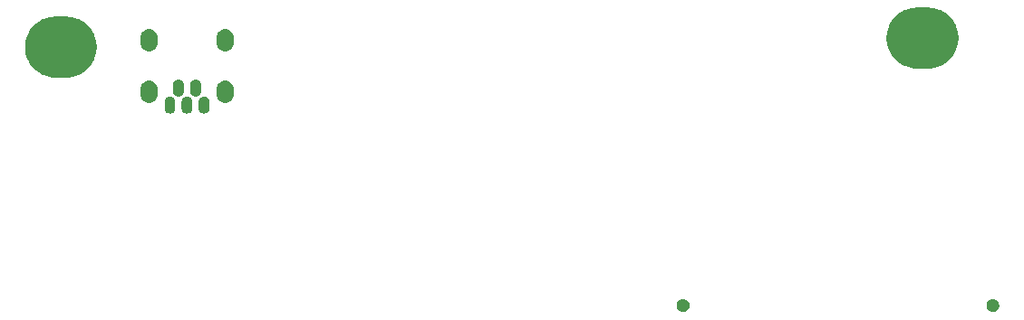
<source format=gbr>
G04 #@! TF.GenerationSoftware,KiCad,Pcbnew,(5.0.1-3-g963ef8bb5)*
G04 #@! TF.CreationDate,2019-03-09T14:34:52+08:00*
G04 #@! TF.ProjectId,fc660c,6663363630632E6B696361645F706362,rev?*
G04 #@! TF.SameCoordinates,Original*
G04 #@! TF.FileFunction,Soldermask,Bot*
G04 #@! TF.FilePolarity,Negative*
%FSLAX46Y46*%
G04 Gerber Fmt 4.6, Leading zero omitted, Abs format (unit mm)*
G04 Created by KiCad (PCBNEW (5.0.1-3-g963ef8bb5)) date 2019 March 09, Saturday 14:34:52*
%MOMM*%
%LPD*%
G01*
G04 APERTURE LIST*
%ADD10C,0.100000*%
G04 APERTURE END LIST*
D10*
G36*
X239075305Y-97602096D02*
X239184680Y-97647400D01*
X239283118Y-97713175D01*
X239366825Y-97796882D01*
X239432600Y-97895320D01*
X239477904Y-98004695D01*
X239501000Y-98120806D01*
X239501000Y-98239194D01*
X239477904Y-98355305D01*
X239432600Y-98464680D01*
X239366825Y-98563118D01*
X239283118Y-98646825D01*
X239184680Y-98712600D01*
X239075305Y-98757904D01*
X238959194Y-98781000D01*
X238840806Y-98781000D01*
X238724695Y-98757904D01*
X238615320Y-98712600D01*
X238516882Y-98646825D01*
X238433175Y-98563118D01*
X238367400Y-98464680D01*
X238322096Y-98355305D01*
X238299000Y-98239194D01*
X238299000Y-98120806D01*
X238322096Y-98004695D01*
X238367400Y-97895320D01*
X238433175Y-97796882D01*
X238516882Y-97713175D01*
X238615320Y-97647400D01*
X238724695Y-97602096D01*
X238840806Y-97579000D01*
X238959194Y-97579000D01*
X239075305Y-97602096D01*
X239075305Y-97602096D01*
G37*
G36*
X210125305Y-97602096D02*
X210234680Y-97647400D01*
X210333118Y-97713175D01*
X210416825Y-97796882D01*
X210482600Y-97895320D01*
X210527904Y-98004695D01*
X210551000Y-98120806D01*
X210551000Y-98239194D01*
X210527904Y-98355305D01*
X210482600Y-98464680D01*
X210416825Y-98563118D01*
X210333118Y-98646825D01*
X210234680Y-98712600D01*
X210125305Y-98757904D01*
X210009194Y-98781000D01*
X209890806Y-98781000D01*
X209774695Y-98757904D01*
X209665320Y-98712600D01*
X209566882Y-98646825D01*
X209483175Y-98563118D01*
X209417400Y-98464680D01*
X209372096Y-98355305D01*
X209349000Y-98239194D01*
X209349000Y-98120806D01*
X209372096Y-98004695D01*
X209417400Y-97895320D01*
X209483175Y-97796882D01*
X209566882Y-97713175D01*
X209665320Y-97647400D01*
X209774695Y-97602096D01*
X209890806Y-97579000D01*
X210009194Y-97579000D01*
X210125305Y-97602096D01*
X210125305Y-97602096D01*
G37*
G36*
X163708213Y-78604029D02*
X163802652Y-78632677D01*
X163889687Y-78679198D01*
X163965975Y-78741805D01*
X164028582Y-78818093D01*
X164075103Y-78905128D01*
X164103751Y-78999567D01*
X164111000Y-79073168D01*
X164111000Y-79722392D01*
X164103751Y-79795993D01*
X164075103Y-79890432D01*
X164028582Y-79977467D01*
X163965975Y-80053755D01*
X163889687Y-80116362D01*
X163802651Y-80162883D01*
X163708212Y-80191531D01*
X163610000Y-80201204D01*
X163511787Y-80191531D01*
X163417348Y-80162883D01*
X163330313Y-80116362D01*
X163254025Y-80053755D01*
X163191418Y-79977467D01*
X163144897Y-79890431D01*
X163116249Y-79795992D01*
X163109000Y-79722391D01*
X163109000Y-79073178D01*
X163116250Y-78999569D01*
X163116250Y-78999567D01*
X163144898Y-78905128D01*
X163144898Y-78905127D01*
X163191420Y-78818092D01*
X163254026Y-78741805D01*
X163330314Y-78679198D01*
X163417349Y-78632677D01*
X163511788Y-78604029D01*
X163610000Y-78594356D01*
X163708213Y-78604029D01*
X163708213Y-78604029D01*
G37*
G36*
X162110553Y-78604029D02*
X162204992Y-78632677D01*
X162292027Y-78679198D01*
X162368315Y-78741805D01*
X162430922Y-78818093D01*
X162477443Y-78905128D01*
X162506091Y-78999567D01*
X162513340Y-79073168D01*
X162513340Y-79722392D01*
X162506091Y-79795993D01*
X162477443Y-79890432D01*
X162430922Y-79977467D01*
X162368315Y-80053755D01*
X162292027Y-80116362D01*
X162204991Y-80162883D01*
X162110552Y-80191531D01*
X162012340Y-80201204D01*
X161914127Y-80191531D01*
X161819688Y-80162883D01*
X161732653Y-80116362D01*
X161656365Y-80053755D01*
X161593758Y-79977467D01*
X161547237Y-79890431D01*
X161518589Y-79795992D01*
X161511340Y-79722391D01*
X161511340Y-79073178D01*
X161518590Y-78999569D01*
X161518590Y-78999567D01*
X161547238Y-78905128D01*
X161547238Y-78905127D01*
X161593760Y-78818092D01*
X161656366Y-78741805D01*
X161732654Y-78679198D01*
X161819689Y-78632677D01*
X161914128Y-78604029D01*
X162012340Y-78594356D01*
X162110553Y-78604029D01*
X162110553Y-78604029D01*
G37*
G36*
X165305873Y-78604029D02*
X165400312Y-78632677D01*
X165487347Y-78679198D01*
X165563635Y-78741805D01*
X165626242Y-78818093D01*
X165672763Y-78905128D01*
X165701411Y-78999567D01*
X165708660Y-79073168D01*
X165708660Y-79722392D01*
X165701411Y-79795993D01*
X165672763Y-79890432D01*
X165626242Y-79977467D01*
X165563635Y-80053755D01*
X165487347Y-80116362D01*
X165400311Y-80162883D01*
X165305872Y-80191531D01*
X165207660Y-80201204D01*
X165109447Y-80191531D01*
X165015008Y-80162883D01*
X164927973Y-80116362D01*
X164851685Y-80053755D01*
X164789078Y-79977467D01*
X164742557Y-79890431D01*
X164713909Y-79795992D01*
X164706660Y-79722391D01*
X164706660Y-79073178D01*
X164713910Y-78999569D01*
X164713910Y-78999567D01*
X164742558Y-78905128D01*
X164742558Y-78905127D01*
X164789080Y-78818092D01*
X164851686Y-78741805D01*
X164927974Y-78679198D01*
X165015009Y-78632677D01*
X165109448Y-78604029D01*
X165207660Y-78594356D01*
X165305873Y-78604029D01*
X165305873Y-78604029D01*
G37*
G36*
X160211025Y-77124590D02*
X160362012Y-77170392D01*
X160501165Y-77244770D01*
X160623133Y-77344867D01*
X160723230Y-77466835D01*
X160797608Y-77605988D01*
X160843410Y-77756975D01*
X160855000Y-77874654D01*
X160855000Y-78453346D01*
X160843410Y-78571025D01*
X160797608Y-78722012D01*
X160723230Y-78861165D01*
X160623136Y-78983130D01*
X160623134Y-78983131D01*
X160623133Y-78983133D01*
X160603105Y-78999569D01*
X160501161Y-79083232D01*
X160362011Y-79157608D01*
X160211024Y-79203410D01*
X160054000Y-79218875D01*
X159896975Y-79203410D01*
X159745988Y-79157608D01*
X159606835Y-79083230D01*
X159484870Y-78983136D01*
X159484869Y-78983134D01*
X159484867Y-78983133D01*
X159420850Y-78905127D01*
X159384768Y-78861161D01*
X159310392Y-78722011D01*
X159264590Y-78571024D01*
X159253000Y-78453345D01*
X159253000Y-77874654D01*
X159264590Y-77756975D01*
X159287491Y-77681482D01*
X159310392Y-77605988D01*
X159384771Y-77466835D01*
X159484868Y-77344867D01*
X159606836Y-77244770D01*
X159745989Y-77170392D01*
X159896976Y-77124590D01*
X160054000Y-77109125D01*
X160211025Y-77124590D01*
X160211025Y-77124590D01*
G37*
G36*
X167323025Y-77124590D02*
X167474012Y-77170392D01*
X167613165Y-77244770D01*
X167735133Y-77344867D01*
X167835230Y-77466835D01*
X167909608Y-77605988D01*
X167955410Y-77756975D01*
X167967000Y-77874654D01*
X167967000Y-78453346D01*
X167955410Y-78571025D01*
X167909608Y-78722012D01*
X167835230Y-78861165D01*
X167735136Y-78983130D01*
X167735134Y-78983131D01*
X167735133Y-78983133D01*
X167715105Y-78999569D01*
X167613161Y-79083232D01*
X167474011Y-79157608D01*
X167323024Y-79203410D01*
X167166000Y-79218875D01*
X167008975Y-79203410D01*
X166857988Y-79157608D01*
X166718835Y-79083230D01*
X166596870Y-78983136D01*
X166596869Y-78983134D01*
X166596867Y-78983133D01*
X166532850Y-78905127D01*
X166496768Y-78861161D01*
X166422392Y-78722011D01*
X166376590Y-78571024D01*
X166365000Y-78453345D01*
X166365000Y-77874654D01*
X166376590Y-77756975D01*
X166399491Y-77681482D01*
X166422392Y-77605988D01*
X166496771Y-77466835D01*
X166596868Y-77344867D01*
X166718836Y-77244770D01*
X166857989Y-77170392D01*
X167008976Y-77124590D01*
X167166000Y-77109125D01*
X167323025Y-77124590D01*
X167323025Y-77124590D01*
G37*
G36*
X164505773Y-77005149D02*
X164600212Y-77033797D01*
X164687247Y-77080318D01*
X164763535Y-77142925D01*
X164826142Y-77219213D01*
X164872663Y-77306248D01*
X164901311Y-77400687D01*
X164908560Y-77474288D01*
X164908560Y-78123512D01*
X164901311Y-78197113D01*
X164872663Y-78291552D01*
X164826142Y-78378587D01*
X164763535Y-78454875D01*
X164687247Y-78517482D01*
X164600211Y-78564003D01*
X164505772Y-78592651D01*
X164407560Y-78602324D01*
X164309347Y-78592651D01*
X164214908Y-78564003D01*
X164127873Y-78517482D01*
X164051585Y-78454875D01*
X163988978Y-78378587D01*
X163942457Y-78291551D01*
X163913809Y-78197112D01*
X163906560Y-78123511D01*
X163906560Y-77474298D01*
X163913810Y-77400689D01*
X163913810Y-77400687D01*
X163942458Y-77306248D01*
X163942458Y-77306247D01*
X163988980Y-77219212D01*
X164051586Y-77142925D01*
X164127874Y-77080318D01*
X164214909Y-77033797D01*
X164309348Y-77005149D01*
X164407560Y-76995476D01*
X164505773Y-77005149D01*
X164505773Y-77005149D01*
G37*
G36*
X162910653Y-77005149D02*
X163005092Y-77033797D01*
X163092127Y-77080318D01*
X163168415Y-77142925D01*
X163231022Y-77219213D01*
X163277543Y-77306248D01*
X163306191Y-77400687D01*
X163313440Y-77474288D01*
X163313440Y-78123512D01*
X163306191Y-78197113D01*
X163277543Y-78291552D01*
X163231022Y-78378587D01*
X163168415Y-78454875D01*
X163092127Y-78517482D01*
X163005091Y-78564003D01*
X162910652Y-78592651D01*
X162812440Y-78602324D01*
X162714227Y-78592651D01*
X162619788Y-78564003D01*
X162532753Y-78517482D01*
X162456465Y-78454875D01*
X162393858Y-78378587D01*
X162347337Y-78291551D01*
X162318689Y-78197112D01*
X162311440Y-78123511D01*
X162311440Y-77474298D01*
X162318690Y-77400689D01*
X162318690Y-77400687D01*
X162347338Y-77306248D01*
X162347338Y-77306247D01*
X162393860Y-77219212D01*
X162456466Y-77142925D01*
X162532754Y-77080318D01*
X162619789Y-77033797D01*
X162714228Y-77005149D01*
X162812440Y-76995476D01*
X162910653Y-77005149D01*
X162910653Y-77005149D01*
G37*
G36*
X152609667Y-71152751D02*
X152888894Y-71180252D01*
X153426309Y-71343275D01*
X153513413Y-71389833D01*
X153921595Y-71608010D01*
X154355715Y-71964285D01*
X154711990Y-72398405D01*
X154915949Y-72779988D01*
X154976725Y-72893691D01*
X155139748Y-73431106D01*
X155194794Y-73990000D01*
X155139748Y-74548894D01*
X154976725Y-75086309D01*
X154930167Y-75173413D01*
X154711990Y-75581595D01*
X154355715Y-76015715D01*
X153921595Y-76371990D01*
X153513413Y-76590167D01*
X153426309Y-76636725D01*
X152888894Y-76799748D01*
X152609667Y-76827249D01*
X152470055Y-76841000D01*
X151189945Y-76841000D01*
X151050333Y-76827249D01*
X150771106Y-76799748D01*
X150233691Y-76636725D01*
X150146587Y-76590167D01*
X149738405Y-76371990D01*
X149304285Y-76015715D01*
X148948010Y-75581595D01*
X148729833Y-75173413D01*
X148683275Y-75086309D01*
X148520252Y-74548894D01*
X148465206Y-73990000D01*
X148520252Y-73431106D01*
X148683275Y-72893691D01*
X148744051Y-72779988D01*
X148948010Y-72398405D01*
X149304285Y-71964285D01*
X149738405Y-71608010D01*
X150146587Y-71389833D01*
X150233691Y-71343275D01*
X150771106Y-71180252D01*
X151050333Y-71152751D01*
X151189945Y-71139000D01*
X152470055Y-71139000D01*
X152609667Y-71152751D01*
X152609667Y-71152751D01*
G37*
G36*
X233109667Y-70302751D02*
X233388894Y-70330252D01*
X233926309Y-70493275D01*
X234013413Y-70539833D01*
X234421595Y-70758010D01*
X234855715Y-71114285D01*
X235211990Y-71548405D01*
X235430167Y-71956587D01*
X235476725Y-72043691D01*
X235639748Y-72581106D01*
X235694794Y-73140000D01*
X235639748Y-73698894D01*
X235476725Y-74236309D01*
X235476722Y-74236314D01*
X235211990Y-74731595D01*
X234855715Y-75165715D01*
X234421595Y-75521990D01*
X234013413Y-75740167D01*
X233926309Y-75786725D01*
X233388894Y-75949748D01*
X233109667Y-75977249D01*
X232970055Y-75991000D01*
X231689945Y-75991000D01*
X231550333Y-75977249D01*
X231271106Y-75949748D01*
X230733691Y-75786725D01*
X230646587Y-75740167D01*
X230238405Y-75521990D01*
X229804285Y-75165715D01*
X229448010Y-74731595D01*
X229183278Y-74236314D01*
X229183275Y-74236309D01*
X229020252Y-73698894D01*
X228965206Y-73140000D01*
X229020252Y-72581106D01*
X229183275Y-72043691D01*
X229229833Y-71956587D01*
X229448010Y-71548405D01*
X229804285Y-71114285D01*
X230238405Y-70758010D01*
X230646587Y-70539833D01*
X230733691Y-70493275D01*
X231271106Y-70330252D01*
X231550333Y-70302751D01*
X231689945Y-70289000D01*
X232970055Y-70289000D01*
X233109667Y-70302751D01*
X233109667Y-70302751D01*
G37*
G36*
X160211025Y-72298590D02*
X160362012Y-72344392D01*
X160501165Y-72418770D01*
X160623133Y-72518867D01*
X160723230Y-72640835D01*
X160797608Y-72779988D01*
X160843410Y-72930975D01*
X160855000Y-73048654D01*
X160855000Y-73627346D01*
X160843410Y-73745025D01*
X160797608Y-73896012D01*
X160723230Y-74035165D01*
X160623136Y-74157130D01*
X160623134Y-74157131D01*
X160623133Y-74157133D01*
X160623129Y-74157136D01*
X160501161Y-74257232D01*
X160362011Y-74331608D01*
X160211024Y-74377410D01*
X160054000Y-74392875D01*
X159896975Y-74377410D01*
X159745988Y-74331608D01*
X159606835Y-74257230D01*
X159484870Y-74157136D01*
X159484869Y-74157134D01*
X159484867Y-74157133D01*
X159434819Y-74096148D01*
X159384768Y-74035161D01*
X159310392Y-73896011D01*
X159264590Y-73745024D01*
X159253000Y-73627345D01*
X159253000Y-73048654D01*
X159264590Y-72930975D01*
X159287491Y-72855483D01*
X159310392Y-72779988D01*
X159384771Y-72640835D01*
X159484868Y-72518867D01*
X159606836Y-72418770D01*
X159745989Y-72344392D01*
X159896976Y-72298590D01*
X160054000Y-72283125D01*
X160211025Y-72298590D01*
X160211025Y-72298590D01*
G37*
G36*
X167323025Y-72298590D02*
X167474012Y-72344392D01*
X167613165Y-72418770D01*
X167735133Y-72518867D01*
X167835230Y-72640835D01*
X167909608Y-72779988D01*
X167955410Y-72930975D01*
X167967000Y-73048654D01*
X167967000Y-73627346D01*
X167955410Y-73745025D01*
X167909608Y-73896012D01*
X167835230Y-74035165D01*
X167735136Y-74157130D01*
X167735134Y-74157131D01*
X167735133Y-74157133D01*
X167735129Y-74157136D01*
X167613161Y-74257232D01*
X167474011Y-74331608D01*
X167323024Y-74377410D01*
X167166000Y-74392875D01*
X167008975Y-74377410D01*
X166857988Y-74331608D01*
X166718835Y-74257230D01*
X166596870Y-74157136D01*
X166596869Y-74157134D01*
X166596867Y-74157133D01*
X166546819Y-74096148D01*
X166496768Y-74035161D01*
X166422392Y-73896011D01*
X166376590Y-73745024D01*
X166365000Y-73627345D01*
X166365000Y-73048654D01*
X166376590Y-72930975D01*
X166399491Y-72855483D01*
X166422392Y-72779988D01*
X166496771Y-72640835D01*
X166596868Y-72518867D01*
X166718836Y-72418770D01*
X166857989Y-72344392D01*
X167008976Y-72298590D01*
X167166000Y-72283125D01*
X167323025Y-72298590D01*
X167323025Y-72298590D01*
G37*
M02*

</source>
